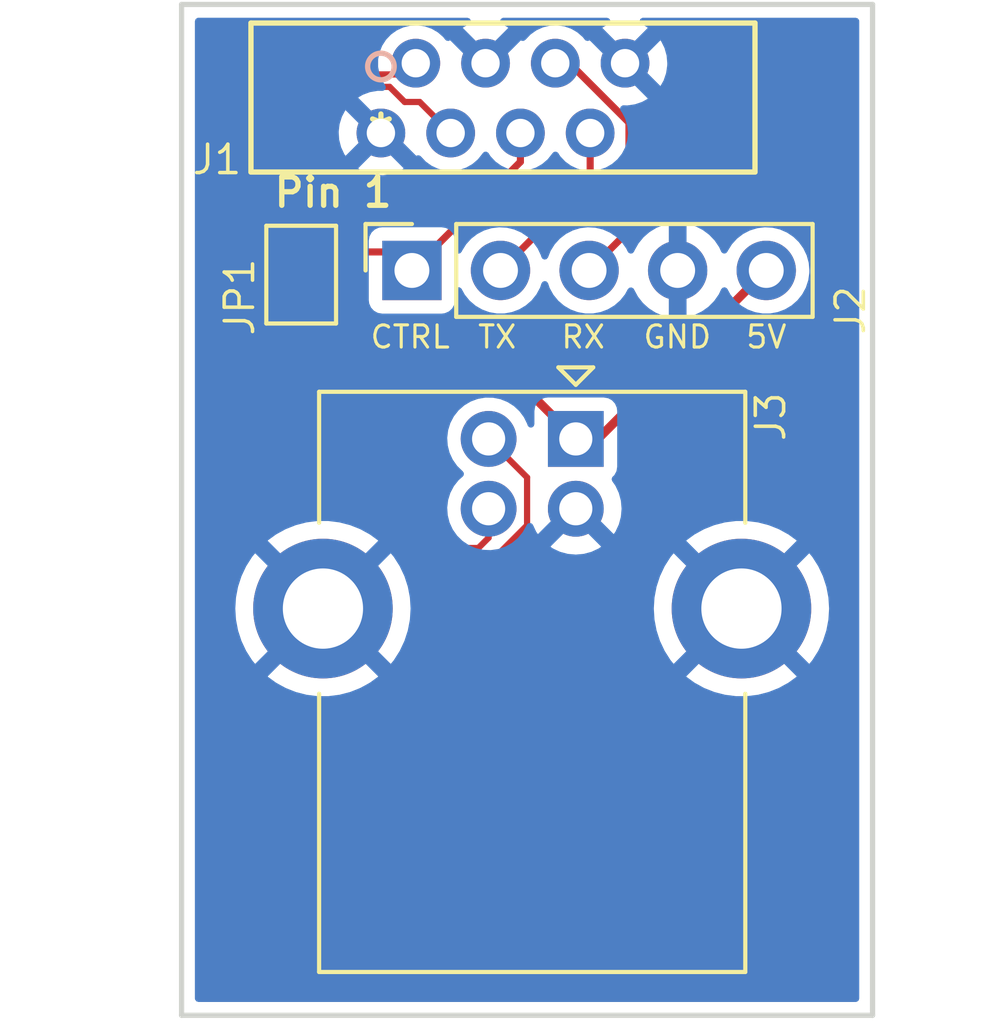
<source format=kicad_pcb>
(kicad_pcb (version 20210228) (generator pcbnew)
  (layers (0 "F.Cu" signal) (31 "B.Cu" signal) (34 "B.Paste" user) (35 "F.Paste" user) (36 "B.SilkS" user "B.Silkscreen") (37 "F.SilkS" user "F.Silkscreen") (38 "B.Mask" user) (39 "F.Mask" user) (44 "Edge.Cuts" user))
  (net 0 "")
  (net 1 "GND")
  (net 2 "+5V")
  (net 3 "/HP_CTRL_PIN")
  (net 4 "/HP_USB_D_P")
  (net 5 "/HP_USB_D_N")
  (net 6 "/HP_TXO_FROM_DUT")
  (net 7 "/HP_RXI_TO_DUT")
  (footprint "Fiducials:Fiducial_0.5mm_Dia_1mm_Outer" (layer "F.Cu") (at 171.958 94.869)
    (fp_text reference "FID101" hide)
    (fp_text value "Fiducial")
    (pad "~" smd circle (at 0 0) (size 0.5 0.5) (layers "F.Cu" "F.Mask") (clearance 0.25))
  )
  (footprint "Fiducials:Fiducial_0.5mm_Dia_1mm_Outer" (layer "F.Cu") (at 157.353 121.031)
    (fp_text reference "FID102" hide)
    (fp_text value "Fiducial")
    (pad "~" smd circle (at 0 0) (size 0.5 0.5) (layers "F.Cu" "F.Mask") (clearance 0.25))
  )
  (footprint "Fiducials:Fiducial_0.5mm_Dia_1mm_Outer" (layer "F.Cu") (at 171.958 120.904)
    (fp_text reference "FID103" hide)
    (fp_text value "Fiducial")
    (pad "~" smd circle (at 0 0) (size 0.5 0.5) (layers "F.Cu" "F.Mask") (clearance 0.25))
  )
  (footprint "Fiducials:Fiducial_0.5mm_Dia_1mm_Outer" (layer "F.Cu") (at 155.448 94.996)
    (fp_text reference "FID104" hide)
    (fp_text value "Fiducial")
    (pad "~" smd circle (at 0 0) (size 0.5 0.5) (layers "F.Cu" "F.Mask") (clearance 0.25))
  )
  (footprint "Connector_PinSocket_2.54mm:PinSocket_1x05_P2.54mm_Vertical" (layer "F.Cu") (at 161.163 101.6 90)
    (fp_text reference "J2" (at -1.143 12.573 270) (layer "F.SilkS") (effects (font (size 0.8128 0.8128) (thickness 0.1016))))
    (fp_text value "Conn_01x05")
    (fp_line (start 0 -1.33) (end 1.33 -1.33) (layer "F.SilkS") (width 0.12))
    (fp_line (start -1.33 1.27) (end -1.33 11.49) (layer "F.SilkS") (width 0.12))
    (fp_line (start 1.33 1.27) (end 1.33 11.49) (layer "F.SilkS") (width 0.12))
    (fp_line (start -1.33 1.27) (end 1.33 1.27) (layer "F.SilkS") (width 0.12))
    (fp_line (start -1.33 11.49) (end 1.33 11.49) (layer "F.SilkS") (width 0.12))
    (fp_line (start 1.33 -1.33) (end 1.33 0) (layer "F.SilkS") (width 0.12))
    (pad "1" thru_hole rect (at 0 0 90) (size 1.7 1.7) (drill 1) (layers *.Cu *.Mask) (net 3 "/HP_CTRL_PIN"))
    (pad "2" thru_hole oval (at 0 2.54 90) (size 1.7 1.7) (drill 1) (layers *.Cu *.Mask) (net 7 "/HP_RXI_TO_DUT"))
    (pad "3" thru_hole oval (at 0 5.08 90) (size 1.7 1.7) (drill 1) (layers *.Cu *.Mask) (net 6 "/HP_TXO_FROM_DUT"))
    (pad "4" thru_hole oval (at 0 7.62 90) (size 1.7 1.7) (drill 1) (layers *.Cu *.Mask) (net 1 "GND"))
    (pad "5" thru_hole oval (at 0 10.16 90) (size 1.7 1.7) (drill 1) (layers *.Cu *.Mask) (net 2 "+5V"))
  )
  (footprint "Jumper:SolderJumper-2_P1.3mm_Bridged_Pad1.0x1.5mm" (layer "F.Cu") (at 157.988 101.720001 90)
    (fp_text reference "JP1" (at -0.641999 -1.766 90) (layer "F.SilkS") (effects (font (size 0.8128 0.8128) (thickness 0.1016))))
    (fp_text value "Jumper")
    (fp_poly (pts (xy -0.25 -0.3) (xy 0.25 -0.3) (xy 0.25 0.3) (xy -0.25 0.3)) (layer "F.Cu") (width 0) (fill solid))
    (fp_line (start 1.4 1) (end -1.4 1) (layer "F.SilkS") (width 0.12))
    (fp_line (start 1.4 -1) (end 1.4 1) (layer "F.SilkS") (width 0.12))
    (fp_line (start -1.4 -1) (end 1.4 -1) (layer "F.SilkS") (width 0.12))
    (fp_line (start -1.4 1) (end -1.4 -1) (layer "F.SilkS") (width 0.12))
    (pad "1" smd rect (at -0.65 0 90) (size 1 1.5) (layers "F.Cu" "F.Mask") (net 2 "+5V"))
    (pad "2" smd rect (at 0.65 0 90) (size 1 1.5) (layers "F.Cu" "F.Mask") (net 3 "/HP_CTRL_PIN"))
  )
  (footprint "footprints:SLW8S-1C7LF" (layer "F.Cu") (at 160.274 97.663)
    (fp_text reference "J1" (at -4.699 0.762 180) (layer "F.SilkS") (effects (font (size 0.8128 0.8128) (thickness 0.1016))))
    (fp_text value "Conn_01x08_Female" hide)
    (fp_text user "*" (at 0 0) (layer "F.SilkS"))
    (fp_circle (center 0 -1.905) (end 0.381 -1.905) (layer "B.SilkS") (width 0.1524) (fill none))
    (fp_line (start -3.726299 -3.1496) (end -3.726299 1.1176) (layer "F.SilkS") (width 0.1524))
    (fp_line (start -3.726299 1.1176) (end 10.726301 1.1176) (layer "F.SilkS") (width 0.1524))
    (fp_line (start 10.726301 -3.1496) (end -3.726299 -3.1496) (layer "F.SilkS") (width 0.1524))
    (fp_line (start 10.726301 1.1176) (end 10.726301 -3.1496) (layer "F.SilkS") (width 0.1524))
    (pad "1" thru_hole circle (at 0 0) (size 1.397 1.397) (drill 0.8128) (layers *.Cu *.Mask) (net 1 "GND"))
    (pad "2" thru_hole circle (at 1.000001 -2.000001) (size 1.397 1.397) (drill 0.8128) (layers *.Cu *.Mask) (net 5 "/HP_USB_D_N"))
    (pad "3" thru_hole circle (at 2.000001 0) (size 1.397 1.397) (drill 0.8128) (layers *.Cu *.Mask) (net 4 "/HP_USB_D_P"))
    (pad "4" thru_hole circle (at 3.000002 -2.000001) (size 1.397 1.397) (drill 0.8128) (layers *.Cu *.Mask) (net 1 "GND"))
    (pad "5" thru_hole circle (at 4 0) (size 1.397 1.397) (drill 0.8128) (layers *.Cu *.Mask) (net 3 "/HP_CTRL_PIN"))
    (pad "6" thru_hole circle (at 5 -2.000001) (size 1.397 1.397) (drill 0.8128) (layers *.Cu *.Mask) (net 6 "/HP_TXO_FROM_DUT"))
    (pad "7" thru_hole circle (at 6.000001 0) (size 1.397 1.397) (drill 0.8128) (layers *.Cu *.Mask) (net 7 "/HP_RXI_TO_DUT"))
    (pad "8" thru_hole circle (at 7.000001 -2.000001) (size 1.397 1.397) (drill 0.8128) (layers *.Cu *.Mask) (net 1 "GND"))
  )
  (footprint "Connector_USB:USB_B_Lumberg_2411_02_Horizontal" (layer "F.Cu") (at 165.862 106.426 -90)
    (fp_text reference "J3" (at -0.635 -5.588 90) (layer "F.SilkS") (effects (font (size 0.8128 0.8128) (thickness 0.1016))))
    (fp_text value "USB_B")
    (fp_line (start -1.35 7.36) (end 2.4 7.36) (layer "F.SilkS") (width 0.12))
    (fp_line (start -1.55 0) (end -2.05 -0.5) (layer "F.SilkS") (width 0.12))
    (fp_line (start -2.05 -0.5) (end -2.05 0.5) (layer "F.SilkS") (width 0.12))
    (fp_line (start 15.27 -4.86) (end 7.3 -4.86) (layer "F.SilkS") (width 0.12))
    (fp_line (start -1.35 -4.86) (end 2.4 -4.86) (layer "F.SilkS") (width 0.12))
    (fp_line (start -1.35 7.36) (end -1.35 -4.86) (layer "F.SilkS") (width 0.12))
    (fp_line (start 15.27 7.36) (end 7.3 7.36) (layer "F.SilkS") (width 0.12))
    (fp_line (start -2.05 0.5) (end -1.55 0) (layer "F.SilkS") (width 0.12))
    (fp_line (start 15.27 7.36) (end 15.27 -4.86) (layer "F.SilkS") (width 0.12))
    (pad "1" thru_hole rect (at 0 0) (size 1.6 1.6) (drill 0.95) (layers *.Cu *.Mask) (net 2 "+5V"))
    (pad "2" thru_hole circle (at 0 2.5) (size 1.6 1.6) (drill 0.95) (layers *.Cu *.Mask) (net 5 "/HP_USB_D_N"))
    (pad "3" thru_hole circle (at 2 2.5) (size 1.6 1.6) (drill 0.95) (layers *.Cu *.Mask) (net 4 "/HP_USB_D_P"))
    (pad "4" thru_hole circle (at 2 0) (size 1.6 1.6) (drill 0.95) (layers *.Cu *.Mask) (net 1 "GND"))
    (pad "5" thru_hole circle (at 4.86 7.25) (size 4 4) (drill 2.3) (layers *.Cu *.Mask) (net 1 "GND"))
    (pad "5" thru_hole circle (at 4.86 -4.75) (size 4 4) (drill 2.3) (layers *.Cu *.Mask) (net 1 "GND"))
  )
  (gr_line (start 154.559 122.936) (end 174.371 122.936) (layer "Edge.Cuts") (width 0.15))
  (gr_line (start 174.371 122.936) (end 174.371 93.98) (layer "Edge.Cuts") (width 0.15))
  (gr_line (start 174.371 93.98) (end 154.559 93.98) (layer "Edge.Cuts") (width 0.15))
  (gr_line (start 154.559 93.98) (end 154.559 122.936) (layer "Edge.Cuts") (width 0.15))
  (gr_text "RX" (at 166.751 103.505) (layer "F.SilkS") (effects (font (size 0.635 0.635) (thickness 0.0889)) (justify right)))
  (gr_text "Pin 1" (at 158.9024 99.3648) (layer "F.SilkS") (effects (font (size 0.8128 0.8128) (thickness 0.1524))))
  (gr_text "TX" (at 164.211 103.505) (layer "F.SilkS") (effects (font (size 0.635 0.635) (thickness 0.0889)) (justify right)))
  (gr_text "GND" (at 169.799 103.505) (layer "F.SilkS") (effects (font (size 0.635 0.635) (thickness 0.0889)) (justify right)))
  (gr_text "CTRL" (at 162.306 103.505) (layer "F.SilkS") (effects (font (size 0.635 0.635) (thickness 0.0889)) (justify right)))
  (gr_text "5V" (at 171.958 103.505) (layer "F.SilkS") (effects (font (size 0.635 0.635) (thickness 0.0889)) (justify right)))
  (segment (start 163.703 104.267) (end 165.862 106.426) (width 0.254) (layer "F.Cu") (net 2))
  (segment (start 166.497 106.426) (end 171.323 101.6) (width 0.254) (layer "F.Cu") (net 2))
  (segment (start 165.862 106.426) (end 166.497 106.426) (width 0.254) (layer "F.Cu") (net 2))
  (segment (start 163.703 104.267) (end 159.884999 104.267) (width 0.254) (layer "F.Cu") (net 2))
  (segment (start 159.884999 104.267) (end 157.988 102.370001) (width 0.254) (layer "F.Cu") (net 2))
  (segment (start 164.274 98.489) (end 161.163 101.6) (width 0.2032) (layer "F.Cu") (net 3))
  (segment (start 160.633001 101.070001) (end 161.163 101.6) (width 0.2032) (layer "F.Cu") (net 3))
  (segment (start 164.274 97.663) (end 164.274 98.489) (width 0.2032) (layer "F.Cu") (net 3))
  (segment (start 157.988 101.070001) (end 160.633001 101.070001) (width 0.2032) (layer "F.Cu") (net 3))
  (segment (start 159.075387 106.467198) (end 159.008208 106.467198) (width 0.1778) (layer "F.Cu") (net 4))
  (segment (start 158.969897 105.392457) (end 158.917374 105.350571) (width 0.1778) (layer "F.Cu") (net 4))
  (segment (start 160.956489 96.774) (end 161.385001 96.774) (width 0.1778) (layer "F.Cu") (net 4))
  (segment (start 158.856848 105.321424) (end 158.791354 105.306475) (width 0.1778) (layer "F.Cu") (net 4))
  (segment (start 161.385001 96.774) (end 162.274001 97.663) (width 0.1778) (layer "F.Cu") (net 4))
  (segment (start 160.455691 107.76706) (end 160.484838 107.706534) (width 0.1778) (layer "F.Cu") (net 4))
  (segment (start 160.24269 107.089515) (end 160.102458 107.229746) (width 0.1778) (layer "F.Cu") (net 4))
  (segment (start 158.658681 105.321424) (end 158.598155 105.350571) (width 0.1778) (layer "F.Cu") (net 4))
  (segment (start 159.923916 107.315727) (end 159.856737 107.315727) (width 0.1778) (layer "F.Cu") (net 4))
  (segment (start 159.055878 105.571) (end 159.04093 105.505505) (width 0.1778) (layer "F.Cu") (net 4))
  (segment (start 160.440742 107.899733) (end 160.440742 107.832554) (width 0.1778) (layer "F.Cu") (net 4))
  (segment (start 160.614432 107.047629) (end 160.553906 107.018482) (width 0.1778) (layer "F.Cu") (net 4))
  (segment (start 160.295213 107.047629) (end 160.24269 107.089515) (width 0.1778) (layer "F.Cu") (net 4))
  (segment (start 160.049936 107.271631) (end 159.98941 107.300779) (width 0.1778) (layer "F.Cu") (net 4))
  (segment (start 160.752936 107.268058) (end 160.737988 107.202563) (width 0.1778) (layer "F.Cu") (net 4))
  (segment (start 160.70884 107.461257) (end 160.737988 107.400731) (width 0.1778) (layer "F.Cu") (net 4))
  (segment (start 160.488412 107.003533) (end 160.421233 107.003533) (width 0.1778) (layer "F.Cu") (net 4))
  (segment (start 158.758633 106.070002) (end 158.78778 106.009476) (width 0.1778) (layer "F.Cu") (net 4))
  (segment (start 159.253929 106.381217) (end 159.201407 106.423102) (width 0.1778) (layer "F.Cu") (net 4))
  (segment (start 159.055878 105.638179) (end 159.055878 105.571) (width 0.1778) (layer "F.Cu") (net 4))
  (segment (start 159.889459 106.354034) (end 159.860311 106.293509) (width 0.1778) (layer "F.Cu") (net 4))
  (segment (start 159.818426 106.66525) (end 159.860311 106.612728) (width 0.1778) (layer "F.Cu") (net 4))
  (segment (start 159.860311 106.293509) (end 159.818426 106.240986) (width 0.1778) (layer "F.Cu") (net 4))
  (segment (start 160.102458 107.229746) (end 160.049936 107.271631) (width 0.1778) (layer "F.Cu") (net 4))
  (segment (start 160.523289 96.3408) (end 160.956489 96.774) (width 0.1778) (layer "F.Cu") (net 4))
  (segment (start 160.666955 107.513779) (end 160.70884 107.461257) (width 0.1778) (layer "F.Cu") (net 4))
  (segment (start 156.5148 98.752648) (end 158.926648 96.3408) (width 0.1778) (layer "F.Cu") (net 4))
  (segment (start 158.969897 105.816721) (end 159.011782 105.764199) (width 0.1778) (layer "F.Cu") (net 4))
  (segment (start 158.4054 105.532688) (end 158.352878 105.574573) (width 0.1778) (layer "F.Cu") (net 4))
  (segment (start 159.011782 105.44498) (end 158.969897 105.392457) (width 0.1778) (layer "F.Cu") (net 4))
  (segment (start 159.765903 106.1991) (end 159.705377 106.169953) (width 0.1778) (layer "F.Cu") (net 4))
  (segment (start 159.04093 105.703673) (end 159.055878 105.638179) (width 0.1778) (layer "F.Cu") (net 4))
  (segment (start 159.446684 106.1991) (end 159.394161 106.240986) (width 0.1778) (layer "F.Cu") (net 4))
  (segment (start 158.292352 105.603721) (end 158.226858 105.618669) (width 0.1778) (layer "F.Cu") (net 4))
  (segment (start 159.592213 107.051204) (end 159.592213 106.984025) (width 0.1778) (layer "F.Cu") (net 4))
  (segment (start 160.484838 107.706534) (end 160.526724 107.654011) (width 0.1778) (layer "F.Cu") (net 4))
  (segment (start 159.04093 105.505505) (end 159.011782 105.44498) (width 0.1778) (layer "F.Cu") (net 4))
  (segment (start 159.904407 106.419529) (end 159.889459 106.354034) (width 0.1778) (layer "F.Cu") (net 4))
  (segment (start 163.362 108.426) (end 163.362 109.257448) (width 0.1778) (layer "F.Cu") (net 4))
  (segment (start 158.882188 106.423102) (end 158.829666 106.381218) (width 0.1778) (layer "F.Cu") (net 4))
  (segment (start 158.78778 106.328695) (end 158.758633 106.268169) (width 0.1778) (layer "F.Cu") (net 4))
  (segment (start 158.743684 106.202675) (end 158.743684 106.135496) (width 0.1778) (layer "F.Cu") (net 4))
  (segment (start 159.607162 107.116698) (end 159.592213 107.051204) (width 0.1778) (layer "F.Cu") (net 4))
  (segment (start 161.998648 109.5502) (end 160.526724 108.078276) (width 0.1778) (layer "F.Cu") (net 4))
  (segment (start 160.752936 107.335237) (end 160.752936 107.268058) (width 0.1778) (layer "F.Cu") (net 4))
  (segment (start 158.758633 106.268169) (end 158.743684 106.202675) (width 0.1778) (layer "F.Cu") (net 4))
  (segment (start 163.362 109.257448) (end 163.069248 109.5502) (width 0.1778) (layer "F.Cu") (net 4))
  (segment (start 158.094184 105.603721) (end 158.033659 105.574573) (width 0.1778) (layer "F.Cu") (net 4))
  (segment (start 159.639883 106.155004) (end 159.572704 106.155004) (width 0.1778) (layer "F.Cu") (net 4))
  (segment (start 159.572704 106.155004) (end 159.50721 106.169953) (width 0.1778) (layer "F.Cu") (net 4))
  (segment (start 159.678195 106.805482) (end 159.818426 106.66525) (width 0.1778) (layer "F.Cu") (net 4))
  (segment (start 160.553906 107.018482) (end 160.488412 107.003533) (width 0.1778) (layer "F.Cu") (net 4))
  (segment (start 159.889459 106.552202) (end 159.904407 106.486708) (width 0.1778) (layer "F.Cu") (net 4))
  (segment (start 158.829666 106.381218) (end 158.78778 106.328695) (width 0.1778) (layer "F.Cu") (net 4))
  (segment (start 160.455691 107.965227) (end 160.440742 107.899733) (width 0.1778) (layer "F.Cu") (net 4))
  (segment (start 158.926648 96.3408) (end 160.523289 96.3408) (width 0.1778) (layer "F.Cu") (net 4))
  (segment (start 159.394161 106.240986) (end 159.253929 106.381217) (width 0.1778) (layer "F.Cu") (net 4))
  (segment (start 159.50721 106.169953) (end 159.446684 106.1991) (width 0.1778) (layer "F.Cu") (net 4))
  (segment (start 160.440742 107.832554) (end 160.455691 107.76706) (width 0.1778) (layer "F.Cu") (net 4))
  (segment (start 159.678195 107.229747) (end 159.636309 107.177224) (width 0.1778) (layer "F.Cu") (net 4))
  (segment (start 159.607162 106.918531) (end 159.636309 106.858005) (width 0.1778) (layer "F.Cu") (net 4))
  (segment (start 159.636309 107.177224) (end 159.607162 107.116698) (width 0.1778) (layer "F.Cu") (net 4))
  (segment (start 158.917374 105.350571) (end 158.856848 105.321424) (width 0.1778) (layer "F.Cu") (net 4))
  (segment (start 158.033659 105.574573) (end 157.981137 105.532689) (width 0.1778) (layer "F.Cu") (net 4))
  (segment (start 159.818426 106.240986) (end 159.765903 106.1991) (width 0.1778) (layer "F.Cu") (net 4))
  (segment (start 159.140881 106.45225) (end 159.075387 106.467198) (width 0.1778) (layer "F.Cu") (net 4))
  (segment (start 159.592213 106.984025) (end 159.607162 106.918531) (width 0.1778) (layer "F.Cu") (net 4))
  (segment (start 158.942713 106.45225) (end 158.882188 106.423102) (width 0.1778) (layer "F.Cu") (net 4))
  (segment (start 159.98941 107.300779) (end 159.923916 107.315727) (width 0.1778) (layer "F.Cu") (net 4))
  (segment (start 160.526724 108.078276) (end 160.484838 108.025753) (width 0.1778) (layer "F.Cu") (net 4))
  (segment (start 159.705377 106.169953) (end 159.639883 106.155004) (width 0.1778) (layer "F.Cu") (net 4))
  (segment (start 158.829666 105.956953) (end 158.969897 105.816721) (width 0.1778) (layer "F.Cu") (net 4))
  (segment (start 163.069248 109.5502) (end 161.998648 109.5502) (width 0.1778) (layer "F.Cu") (net 4))
  (segment (start 159.856737 107.315727) (end 159.791242 107.300779) (width 0.1778) (layer "F.Cu") (net 4))
  (segment (start 159.860311 106.612728) (end 159.889459 106.552202) (width 0.1778) (layer "F.Cu") (net 4))
  (segment (start 159.011782 105.764199) (end 159.04093 105.703673) (width 0.1778) (layer "F.Cu") (net 4))
  (segment (start 160.526724 107.654011) (end 160.666955 107.513779) (width 0.1778) (layer "F.Cu") (net 4))
  (segment (start 160.666955 107.089515) (end 160.614432 107.047629) (width 0.1778) (layer "F.Cu") (net 4))
  (segment (start 158.226858 105.618669) (end 158.159679 105.618669) (width 0.1778) (layer "F.Cu") (net 4))
  (segment (start 160.421233 107.003533) (end 160.355739 107.018482) (width 0.1778) (layer "F.Cu") (net 4))
  (segment (start 156.5148 104.066352) (end 156.5148 98.752648) (width 0.1778) (layer "F.Cu") (net 4))
  (segment (start 159.008208 106.467198) (end 158.942713 106.45225) (width 0.1778) (layer "F.Cu") (net 4))
  (segment (start 158.352878 105.574573) (end 158.292352 105.603721) (width 0.1778) (layer "F.Cu") (net 4))
  (segment (start 159.730717 107.271631) (end 159.678195 107.229747) (width 0.1778) (layer "F.Cu") (net 4))
  (segment (start 158.159679 105.618669) (end 158.094184 105.603721) (width 0.1778) (layer "F.Cu") (net 4))
  (segment (start 158.78778 106.009476) (end 158.829666 105.956953) (width 0.1778) (layer "F.Cu") (net 4))
  (segment (start 158.743684 106.135496) (end 158.758633 106.070002) (width 0.1778) (layer "F.Cu") (net 4))
  (segment (start 158.791354 105.306475) (end 158.724175 105.306475) (width 0.1778) (layer "F.Cu") (net 4))
  (segment (start 159.791242 107.300779) (end 159.730717 107.271631) (width 0.1778) (layer "F.Cu") (net 4))
  (segment (start 158.598155 105.350571) (end 158.545632 105.392457) (width 0.1778) (layer "F.Cu") (net 4))
  (segment (start 157.981137 105.532689) (end 156.5148 104.066352) (width 0.1778) (layer "F.Cu") (net 4))
  (segment (start 160.70884 107.142038) (end 160.666955 107.089515) (width 0.1778) (layer "F.Cu") (net 4))
  (segment (start 160.355739 107.018482) (end 160.295213 107.047629) (width 0.1778) (layer "F.Cu") (net 4))
  (segment (start 160.737988 107.400731) (end 160.752936 107.335237) (width 0.1778) (layer "F.Cu") (net 4))
  (segment (start 159.636309 106.858005) (end 159.678195 106.805482) (width 0.1778) (layer "F.Cu") (net 4))
  (segment (start 159.904407 106.486708) (end 159.904407 106.419529) (width 0.1778) (layer "F.Cu") (net 4))
  (segment (start 159.201407 106.423102) (end 159.140881 106.45225) (width 0.1778) (layer "F.Cu") (net 4))
  (segment (start 160.737988 107.202563) (end 160.70884 107.142038) (width 0.1778) (layer "F.Cu") (net 4))
  (segment (start 158.724175 105.306475) (end 158.658681 105.321424) (width 0.1778) (layer "F.Cu") (net 4))
  (segment (start 160.484838 108.025753) (end 160.455691 107.965227) (width 0.1778) (layer "F.Cu") (net 4))
  (segment (start 158.545632 105.392457) (end 158.4054 105.532688) (width 0.1778) (layer "F.Cu") (net 4))
  (segment (start 156.1592 98.605352) (end 158.779352 95.9852) (width 0.1778) (layer "F.Cu") (net 5))
  (segment (start 160.951801 95.9852) (end 161.274001 95.663) (width 0.1778) (layer "F.Cu") (net 5))
  (segment (start 158.779352 95.9852) (end 160.951801 95.9852) (width 0.1778) (layer "F.Cu") (net 5))
  (segment (start 164.465 108.901733) (end 163.460933 109.9058) (width 0.1778) (layer "F.Cu") (net 5))
  (segment (start 156.1592 104.213648) (end 156.1592 98.605352) (width 0.1778) (layer "F.Cu") (net 5))
  (segment (start 161.851352 109.9058) (end 156.1592 104.213648) (width 0.1778) (layer "F.Cu") (net 5))
  (segment (start 164.465 107.529) (end 164.465 108.901733) (width 0.1778) (layer "F.Cu") (net 5))
  (segment (start 163.460933 109.9058) (end 161.851352 109.9058) (width 0.1778) (layer "F.Cu") (net 5))
  (segment (start 163.362 106.426) (end 164.465 107.529) (width 0.1778) (layer "F.Cu") (net 5))
  (segment (start 161.274001 95.663) (end 161.274001 95.662999) (width 0.1778) (layer "F.Cu") (net 5))
  (segment (start 167.386 100.457) (end 166.243 101.6) (width 0.2032) (layer "F.Cu") (net 6))
  (segment (start 165.274 95.662999) (end 165.683702 95.662999) (width 0.2032) (layer "F.Cu") (net 6))
  (segment (start 167.386 97.365297) (end 167.386 100.457) (width 0.2032) (layer "F.Cu") (net 6))
  (segment (start 165.683702 95.662999) (end 167.386 97.365297) (width 0.2032) (layer "F.Cu") (net 6))
  (segment (start 166.274001 99.028999) (end 163.703 101.6) (width 0.2032) (layer "F.Cu") (net 7))
  (segment (start 166.274001 97.663) (end 166.274001 99.028999) (width 0.2032) (layer "F.Cu") (net 7))
  (zone (net 1) (net_name "GND") (layer "B.Cu") (connect_pads (clearance 0.381)) (min_thickness 0.2032) (fill yes (thermal_gap 0.508) (thermal_bridge_width 0.508))
    (polygon (pts (xy 177.673 123.19) (xy 149.352 122.936) (xy 149.352 93.98) (xy 178.054 93.853)))
  )
)
</source>
